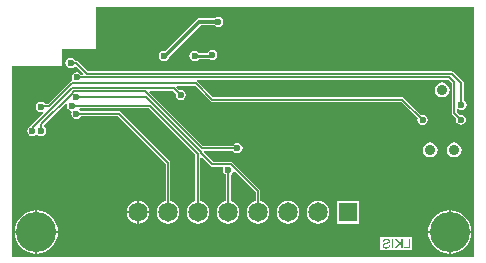
<source format=gbl>
G04*
G04 #@! TF.GenerationSoftware,Altium Limited,Altium Designer,21.6.4 (81)*
G04*
G04 Layer_Physical_Order=4*
G04 Layer_Color=16711680*
%FSLAX44Y44*%
%MOMM*%
G71*
G04*
G04 #@! TF.SameCoordinates,0AEC0AEB-8793-4253-9BAD-FCEC690E4261*
G04*
G04*
G04 #@! TF.FilePolarity,Positive*
G04*
G01*
G75*
%ADD10C,0.2540*%
%ADD39C,0.3500*%
%ADD40C,0.1520*%
%ADD41C,0.9000*%
%ADD42C,1.6500*%
%ADD43R,1.6500X1.6500*%
%ADD44C,3.4000*%
%ADD45C,0.6000*%
G36*
X395922Y4078D02*
X4078Y4078D01*
X4078Y165288D01*
X47050D01*
Y180288D01*
X75800D01*
Y215922D01*
X395922Y215922D01*
X395922Y4078D01*
D02*
G37*
%LPC*%
G36*
X179000Y207354D02*
X177334Y207022D01*
X175923Y206079D01*
X163000D01*
X163000Y206079D01*
X161822Y205845D01*
X160823Y205177D01*
X160823Y205177D01*
X133833Y178188D01*
X133000Y178353D01*
X131334Y178022D01*
X129921Y177078D01*
X128977Y175666D01*
X128646Y174000D01*
X128977Y172334D01*
X129921Y170921D01*
X131334Y169977D01*
X133000Y169646D01*
X134666Y169977D01*
X136078Y170921D01*
X137022Y172334D01*
X137105Y172750D01*
X164275Y199921D01*
X175923D01*
X177334Y198978D01*
X179000Y198646D01*
X180666Y198978D01*
X182078Y199921D01*
X183022Y201334D01*
X183354Y203000D01*
X183022Y204666D01*
X182078Y206078D01*
X180666Y207022D01*
X179000Y207354D01*
D02*
G37*
G36*
X174000Y179354D02*
X172334Y179022D01*
X170921Y178078D01*
X169978Y176666D01*
X169963Y176589D01*
X162405D01*
X162078Y177078D01*
X160666Y178022D01*
X159000Y178353D01*
X157334Y178022D01*
X155921Y177078D01*
X154977Y175666D01*
X154646Y174000D01*
X154977Y172334D01*
X155921Y170921D01*
X157334Y169977D01*
X159000Y169646D01*
X160666Y169977D01*
X162078Y170921D01*
X162405Y171410D01*
X171687D01*
X172334Y170978D01*
X174000Y170646D01*
X175666Y170978D01*
X177078Y171922D01*
X178022Y173334D01*
X178354Y175000D01*
X178022Y176666D01*
X177078Y178078D01*
X175666Y179022D01*
X174000Y179354D01*
D02*
G37*
G36*
X54000Y172353D02*
X52334Y172022D01*
X50921Y171078D01*
X49978Y169666D01*
X49646Y168000D01*
X49978Y166334D01*
X50921Y164921D01*
X52334Y163977D01*
X54000Y163646D01*
X55666Y163977D01*
X57078Y164921D01*
X57210Y165117D01*
X58815Y165258D01*
X64830Y159243D01*
X64344Y158070D01*
X63003D01*
X62329Y159079D01*
X60916Y160022D01*
X59250Y160354D01*
X57584Y160022D01*
X56171Y159079D01*
X55228Y157666D01*
X54896Y156000D01*
X55228Y154334D01*
X55430Y154032D01*
X54657Y152902D01*
X54084Y152788D01*
X53412Y152339D01*
X34562Y133489D01*
X32472D01*
X32078Y134078D01*
X30666Y135022D01*
X29000Y135353D01*
X27334Y135022D01*
X25921Y134078D01*
X24978Y132666D01*
X24646Y131000D01*
X24978Y129334D01*
X25921Y127921D01*
X27334Y126978D01*
X29000Y126646D01*
X30464Y126937D01*
X30936Y126440D01*
X31213Y125890D01*
X20675Y115352D01*
X20226Y114680D01*
X20199Y114545D01*
X20084Y114522D01*
X18671Y113579D01*
X17728Y112166D01*
X17396Y110500D01*
X17728Y108834D01*
X18671Y107422D01*
X20084Y106478D01*
X21750Y106146D01*
X23416Y106478D01*
X24828Y107422D01*
X26325Y107376D01*
X27412Y106650D01*
X29078Y106318D01*
X30744Y106650D01*
X32156Y107594D01*
X33100Y109006D01*
X33432Y110672D01*
X33100Y112338D01*
X32156Y113750D01*
X31481Y114202D01*
X31387Y115573D01*
X49742Y133928D01*
X50904Y133294D01*
X50646Y132000D01*
X50978Y130334D01*
X51922Y128921D01*
X53334Y127978D01*
X54048Y127836D01*
X54875Y126822D01*
X54824Y126485D01*
X54556Y125140D01*
X54888Y123474D01*
X55832Y122062D01*
X57244Y121118D01*
X58910Y120786D01*
X60576Y121118D01*
X61989Y122062D01*
X62663Y123070D01*
X94253D01*
X134430Y82893D01*
Y51030D01*
X134015Y50975D01*
X131699Y50016D01*
X129710Y48490D01*
X128184Y46501D01*
X127225Y44185D01*
X126898Y41700D01*
X127225Y39215D01*
X128184Y36899D01*
X129710Y34910D01*
X131699Y33384D01*
X134015Y32425D01*
X136500Y32098D01*
X138985Y32425D01*
X141301Y33384D01*
X143290Y34910D01*
X144816Y36899D01*
X145775Y39215D01*
X146102Y41700D01*
X145775Y44185D01*
X144816Y46501D01*
X143290Y48490D01*
X141301Y50016D01*
X138985Y50975D01*
X138570Y51030D01*
Y83750D01*
X138412Y84542D01*
X137964Y85213D01*
X96573Y126603D01*
X95902Y127052D01*
X95110Y127210D01*
X62663D01*
X61989Y128218D01*
X61327Y128660D01*
X61713Y129930D01*
X120127D01*
X159680Y90377D01*
Y51010D01*
X159415Y50975D01*
X157099Y50016D01*
X155110Y48490D01*
X153584Y46501D01*
X152625Y44185D01*
X152298Y41700D01*
X152625Y39215D01*
X153584Y36899D01*
X155110Y34910D01*
X157099Y33384D01*
X159415Y32425D01*
X161900Y32098D01*
X164385Y32425D01*
X166701Y33384D01*
X168690Y34910D01*
X170216Y36899D01*
X171175Y39215D01*
X171502Y41700D01*
X171175Y44185D01*
X170216Y46501D01*
X168690Y48490D01*
X166701Y50016D01*
X164385Y50975D01*
X163820Y51049D01*
Y87730D01*
X164993Y88216D01*
X172203Y81006D01*
X172874Y80558D01*
X173666Y80400D01*
X182083D01*
X182385Y80460D01*
X182995D01*
X183594Y79340D01*
X183478Y79166D01*
X183146Y77500D01*
X183478Y75834D01*
X184422Y74422D01*
X185330Y73814D01*
Y51043D01*
X184815Y50975D01*
X182499Y50016D01*
X180510Y48490D01*
X178984Y46501D01*
X178025Y44185D01*
X177698Y41700D01*
X178025Y39215D01*
X178984Y36899D01*
X180510Y34910D01*
X182499Y33384D01*
X184815Y32425D01*
X187300Y32098D01*
X189785Y32425D01*
X192101Y33384D01*
X194090Y34910D01*
X195616Y36899D01*
X196575Y39215D01*
X196902Y41700D01*
X196575Y44185D01*
X195616Y46501D01*
X194090Y48490D01*
X192101Y50016D01*
X189785Y50975D01*
X189470Y51017D01*
Y73681D01*
X190578Y74422D01*
X191522Y75834D01*
X191563Y76039D01*
X192778Y76408D01*
X210630Y58556D01*
Y51030D01*
X210215Y50975D01*
X207899Y50016D01*
X205910Y48490D01*
X204384Y46501D01*
X203425Y44185D01*
X203098Y41700D01*
X203425Y39215D01*
X204384Y36899D01*
X205910Y34910D01*
X207899Y33384D01*
X210215Y32425D01*
X212700Y32098D01*
X215185Y32425D01*
X217501Y33384D01*
X219490Y34910D01*
X221016Y36899D01*
X221975Y39215D01*
X222302Y41700D01*
X221975Y44185D01*
X221016Y46501D01*
X219490Y48490D01*
X217501Y50016D01*
X215185Y50975D01*
X214770Y51030D01*
Y59413D01*
X214612Y60206D01*
X214164Y60877D01*
X191047Y83994D01*
X190376Y84442D01*
X189583Y84600D01*
X182143D01*
X181842Y84540D01*
X174524D01*
X166594Y92470D01*
X166556Y92660D01*
X167263Y93772D01*
X167479Y93930D01*
X191497D01*
X192171Y92921D01*
X193584Y91978D01*
X195250Y91646D01*
X196916Y91978D01*
X198328Y92921D01*
X199272Y94334D01*
X199604Y96000D01*
X199272Y97666D01*
X198328Y99079D01*
X196916Y100022D01*
X195250Y100354D01*
X193584Y100022D01*
X192171Y99079D01*
X191497Y98070D01*
X166223D01*
X120716Y143577D01*
X121202Y144750D01*
X140573D01*
X143133Y142190D01*
X142896Y141000D01*
X143228Y139334D01*
X144171Y137921D01*
X145584Y136978D01*
X147250Y136646D01*
X148916Y136978D01*
X150329Y137921D01*
X151272Y139334D01*
X151604Y141000D01*
X151272Y142666D01*
X150329Y144079D01*
X148916Y145022D01*
X147250Y145354D01*
X146060Y145117D01*
X143641Y147536D01*
X144167Y148806D01*
X159417D01*
X172526Y135696D01*
X173198Y135248D01*
X173990Y135090D01*
X333983D01*
X347883Y121190D01*
X347646Y120000D01*
X347978Y118334D01*
X348922Y116922D01*
X350334Y115978D01*
X352000Y115646D01*
X353666Y115978D01*
X355079Y116922D01*
X356022Y118334D01*
X356354Y120000D01*
X356022Y121666D01*
X355079Y123078D01*
X353666Y124022D01*
X352000Y124354D01*
X350810Y124117D01*
X336303Y138624D01*
X335632Y139072D01*
X334840Y139230D01*
X174847D01*
X161737Y152339D01*
X161258Y152660D01*
X161310Y153480D01*
X161469Y153930D01*
X373749D01*
X376898Y150781D01*
Y125532D01*
X377056Y124740D01*
X377505Y124068D01*
X380283Y121290D01*
X380046Y120100D01*
X380378Y118434D01*
X381321Y117022D01*
X382734Y116078D01*
X384400Y115746D01*
X386066Y116078D01*
X387478Y117022D01*
X388422Y118434D01*
X388754Y120100D01*
X388422Y121766D01*
X387478Y123178D01*
X386066Y124122D01*
X384400Y124454D01*
X383210Y124217D01*
X381038Y126389D01*
Y128882D01*
X382308Y129413D01*
X383334Y128728D01*
X385000Y128396D01*
X386666Y128728D01*
X388078Y129671D01*
X389022Y131084D01*
X389354Y132750D01*
X389022Y134416D01*
X388078Y135829D01*
X387070Y136503D01*
Y151194D01*
X386912Y151986D01*
X386464Y152658D01*
X378658Y160464D01*
X377986Y160912D01*
X377194Y161070D01*
X68857D01*
X60464Y169463D01*
X59792Y169912D01*
X59000Y170069D01*
X57752D01*
X57078Y171078D01*
X55666Y172022D01*
X54000Y172353D01*
D02*
G37*
G36*
X368650Y151717D02*
X366213Y151233D01*
X364148Y149852D01*
X362767Y147787D01*
X362283Y145350D01*
X362767Y142913D01*
X364148Y140848D01*
X366213Y139467D01*
X368650Y138983D01*
X371087Y139467D01*
X373152Y140848D01*
X374533Y142913D01*
X375017Y145350D01*
X374533Y147787D01*
X373152Y149852D01*
X371087Y151233D01*
X368650Y151717D01*
D02*
G37*
G36*
X378810Y100917D02*
X376373Y100433D01*
X374308Y99052D01*
X372927Y96987D01*
X372443Y94550D01*
X372927Y92113D01*
X374308Y90048D01*
X376373Y88667D01*
X378810Y88183D01*
X381247Y88667D01*
X383312Y90048D01*
X384693Y92113D01*
X385177Y94550D01*
X384693Y96987D01*
X383312Y99052D01*
X381247Y100433D01*
X378810Y100917D01*
D02*
G37*
G36*
X358490D02*
X356053Y100433D01*
X353988Y99052D01*
X352607Y96987D01*
X352123Y94550D01*
X352607Y92113D01*
X353988Y90048D01*
X356053Y88667D01*
X358490Y88183D01*
X360927Y88667D01*
X362992Y90048D01*
X364373Y92113D01*
X364857Y94550D01*
X364373Y96987D01*
X362992Y99052D01*
X360927Y100433D01*
X358490Y100917D01*
D02*
G37*
G36*
X111862Y51202D02*
Y42462D01*
X120602D01*
X120375Y44185D01*
X119416Y46501D01*
X117890Y48490D01*
X115901Y50016D01*
X113585Y50975D01*
X111862Y51202D01*
D02*
G37*
G36*
X110338D02*
X108615Y50975D01*
X106299Y50016D01*
X104310Y48490D01*
X102784Y46501D01*
X101825Y44185D01*
X101598Y42462D01*
X110338D01*
Y51202D01*
D02*
G37*
G36*
X120602Y40938D02*
X111862D01*
Y32198D01*
X113585Y32425D01*
X115901Y33384D01*
X117890Y34910D01*
X119416Y36899D01*
X120375Y39215D01*
X120602Y40938D01*
D02*
G37*
G36*
X110338D02*
X101598D01*
X101825Y39215D01*
X102784Y36899D01*
X104310Y34910D01*
X106299Y33384D01*
X108615Y32425D01*
X110338Y32198D01*
Y40938D01*
D02*
G37*
G36*
X298420Y51220D02*
X279380D01*
Y32180D01*
X298420D01*
Y51220D01*
D02*
G37*
G36*
X263500Y51302D02*
X261015Y50975D01*
X258699Y50016D01*
X256710Y48490D01*
X255184Y46501D01*
X254225Y44185D01*
X253898Y41700D01*
X254225Y39215D01*
X255184Y36899D01*
X256710Y34910D01*
X258699Y33384D01*
X261015Y32425D01*
X263500Y32098D01*
X265985Y32425D01*
X268301Y33384D01*
X270290Y34910D01*
X271816Y36899D01*
X272775Y39215D01*
X273102Y41700D01*
X272775Y44185D01*
X271816Y46501D01*
X270290Y48490D01*
X268301Y50016D01*
X265985Y50975D01*
X263500Y51302D01*
D02*
G37*
G36*
X238100D02*
X235615Y50975D01*
X233299Y50016D01*
X231310Y48490D01*
X229784Y46501D01*
X228825Y44185D01*
X228498Y41700D01*
X228825Y39215D01*
X229784Y36899D01*
X231310Y34910D01*
X233299Y33384D01*
X235615Y32425D01*
X238100Y32098D01*
X240585Y32425D01*
X242901Y33384D01*
X244890Y34910D01*
X246416Y36899D01*
X247375Y39215D01*
X247702Y41700D01*
X247375Y44185D01*
X246416Y46501D01*
X244890Y48490D01*
X242901Y50016D01*
X240585Y50975D01*
X238100Y51302D01*
D02*
G37*
G36*
X375762Y43283D02*
Y25762D01*
X393283D01*
X393006Y28582D01*
X391961Y32025D01*
X390264Y35199D01*
X387981Y37981D01*
X385199Y40264D01*
X382025Y41961D01*
X378582Y43006D01*
X375762Y43283D01*
D02*
G37*
G36*
X374238D02*
X371418Y43006D01*
X367975Y41961D01*
X364801Y40264D01*
X362019Y37981D01*
X359736Y35199D01*
X358039Y32025D01*
X356994Y28582D01*
X356717Y25762D01*
X374238D01*
Y43283D01*
D02*
G37*
G36*
X25762D02*
Y25762D01*
X43283D01*
X43006Y28582D01*
X41961Y32025D01*
X40264Y35199D01*
X37981Y37981D01*
X35199Y40264D01*
X32025Y41961D01*
X28582Y43006D01*
X25762Y43283D01*
D02*
G37*
G36*
X24238D02*
X21418Y43006D01*
X17975Y41961D01*
X14801Y40264D01*
X12019Y37981D01*
X9736Y35199D01*
X8039Y32025D01*
X6994Y28582D01*
X6717Y25762D01*
X24238D01*
Y43283D01*
D02*
G37*
G36*
X342900Y20574D02*
X316230D01*
Y9906D01*
X342900D01*
Y20574D01*
D02*
G37*
G36*
X393283Y24238D02*
X375762D01*
Y6717D01*
X378582Y6994D01*
X382025Y8039D01*
X385199Y9736D01*
X387981Y12019D01*
X390264Y14801D01*
X391961Y17975D01*
X393006Y21418D01*
X393283Y24238D01*
D02*
G37*
G36*
X374238D02*
X356717D01*
X356994Y21418D01*
X358039Y17975D01*
X359736Y14801D01*
X362019Y12019D01*
X364801Y9736D01*
X367975Y8039D01*
X371418Y6994D01*
X374238Y6717D01*
Y24238D01*
D02*
G37*
G36*
X43283D02*
X25762D01*
Y6717D01*
X28582Y6994D01*
X32025Y8039D01*
X35199Y9736D01*
X37981Y12019D01*
X40264Y14801D01*
X41961Y17975D01*
X43006Y21418D01*
X43283Y24238D01*
D02*
G37*
G36*
X24238D02*
X6717D01*
X6994Y21418D01*
X8039Y17975D01*
X9736Y14801D01*
X12019Y12019D01*
X14801Y9736D01*
X17975Y8039D01*
X21418Y6994D01*
X24238Y6717D01*
Y24238D01*
D02*
G37*
%LPD*%
G36*
X335147Y11135D02*
X334073D01*
Y13951D01*
X332747Y15230D01*
X329855Y11135D01*
X328434D01*
X331996Y15958D01*
X328581Y19255D01*
X330042D01*
X334073Y15224D01*
Y19255D01*
X335147D01*
Y11135D01*
D02*
G37*
G36*
X341454D02*
X336385D01*
Y12091D01*
X340381D01*
Y19255D01*
X341454D01*
Y11135D01*
D02*
G37*
G36*
X327361D02*
X326287D01*
Y19255D01*
X327361D01*
Y11135D01*
D02*
G37*
G36*
X321746Y19390D02*
X321892Y19384D01*
X322033Y19373D01*
X322174Y19355D01*
X322303Y19332D01*
X322426Y19308D01*
X322538Y19285D01*
X322643Y19255D01*
X322743Y19232D01*
X322831Y19203D01*
X322902Y19179D01*
X322966Y19162D01*
X323019Y19138D01*
X323054Y19126D01*
X323078Y19121D01*
X323083Y19115D01*
X323207Y19062D01*
X323318Y19003D01*
X323424Y18939D01*
X323523Y18874D01*
X323617Y18804D01*
X323700Y18739D01*
X323776Y18669D01*
X323840Y18604D01*
X323899Y18546D01*
X323952Y18487D01*
X323999Y18440D01*
X324034Y18393D01*
X324063Y18358D01*
X324081Y18328D01*
X324093Y18311D01*
X324099Y18305D01*
X324157Y18205D01*
X324210Y18100D01*
X324257Y18000D01*
X324298Y17900D01*
X324333Y17800D01*
X324363Y17706D01*
X324380Y17618D01*
X324404Y17530D01*
X324415Y17448D01*
X324427Y17378D01*
X324433Y17313D01*
X324439Y17261D01*
X324445Y17214D01*
Y17184D01*
Y17161D01*
Y17155D01*
X324439Y17049D01*
X324433Y16949D01*
X324398Y16762D01*
X324357Y16592D01*
X324327Y16515D01*
X324304Y16439D01*
X324275Y16374D01*
X324251Y16316D01*
X324228Y16269D01*
X324204Y16228D01*
X324187Y16193D01*
X324175Y16169D01*
X324169Y16152D01*
X324163Y16146D01*
X324104Y16064D01*
X324046Y15981D01*
X323905Y15835D01*
X323764Y15706D01*
X323623Y15600D01*
X323553Y15553D01*
X323494Y15512D01*
X323436Y15471D01*
X323389Y15442D01*
X323348Y15418D01*
X323318Y15401D01*
X323301Y15395D01*
X323295Y15389D01*
X323201Y15342D01*
X323101Y15301D01*
X322984Y15254D01*
X322860Y15207D01*
X322602Y15119D01*
X322344Y15043D01*
X322227Y15007D01*
X322109Y14978D01*
X322004Y14949D01*
X321916Y14925D01*
X321840Y14908D01*
X321781Y14890D01*
X321763Y14884D01*
X321746D01*
X321740Y14878D01*
X321734D01*
X321535Y14831D01*
X321353Y14784D01*
X321182Y14743D01*
X321036Y14702D01*
X320901Y14667D01*
X320784Y14638D01*
X320684Y14609D01*
X320590Y14579D01*
X320514Y14556D01*
X320449Y14538D01*
X320402Y14520D01*
X320361Y14509D01*
X320326Y14497D01*
X320308Y14491D01*
X320297Y14485D01*
X320291D01*
X320197Y14444D01*
X320115Y14409D01*
X320032Y14368D01*
X319962Y14327D01*
X319892Y14286D01*
X319833Y14245D01*
X319780Y14204D01*
X319733Y14168D01*
X319692Y14133D01*
X319657Y14098D01*
X319598Y14045D01*
X319569Y14010D01*
X319557Y14004D01*
Y13998D01*
X319481Y13887D01*
X319422Y13775D01*
X319381Y13664D01*
X319358Y13564D01*
X319340Y13470D01*
X319334Y13435D01*
Y13400D01*
X319328Y13370D01*
Y13353D01*
Y13341D01*
Y13335D01*
X319340Y13200D01*
X319363Y13065D01*
X319405Y12948D01*
X319446Y12848D01*
X319487Y12760D01*
X319510Y12725D01*
X319528Y12696D01*
X319540Y12672D01*
X319551Y12655D01*
X319563Y12643D01*
Y12637D01*
X319657Y12526D01*
X319768Y12426D01*
X319886Y12338D01*
X319997Y12267D01*
X320103Y12215D01*
X320144Y12191D01*
X320185Y12174D01*
X320214Y12156D01*
X320238Y12144D01*
X320255Y12138D01*
X320261D01*
X320443Y12080D01*
X320625Y12033D01*
X320807Y12003D01*
X320977Y11980D01*
X321053Y11974D01*
X321124Y11968D01*
X321182Y11962D01*
X321235D01*
X321282Y11956D01*
X321341D01*
X321593Y11968D01*
X321828Y11992D01*
X321939Y12015D01*
X322039Y12033D01*
X322139Y12056D01*
X322227Y12080D01*
X322303Y12097D01*
X322379Y12121D01*
X322438Y12144D01*
X322491Y12162D01*
X322532Y12174D01*
X322567Y12185D01*
X322585Y12197D01*
X322591D01*
X322690Y12244D01*
X322784Y12291D01*
X322872Y12344D01*
X322948Y12396D01*
X323025Y12449D01*
X323089Y12502D01*
X323154Y12555D01*
X323207Y12602D01*
X323254Y12649D01*
X323295Y12690D01*
X323330Y12725D01*
X323353Y12760D01*
X323377Y12790D01*
X323395Y12807D01*
X323400Y12819D01*
X323406Y12825D01*
X323494Y12983D01*
X323565Y13147D01*
X323623Y13318D01*
X323664Y13476D01*
X323682Y13552D01*
X323700Y13617D01*
X323711Y13681D01*
X323717Y13734D01*
X323729Y13775D01*
Y13805D01*
X323735Y13828D01*
Y13834D01*
X324750Y13746D01*
X324744Y13593D01*
X324726Y13447D01*
X324703Y13306D01*
X324674Y13171D01*
X324638Y13048D01*
X324603Y12924D01*
X324562Y12813D01*
X324521Y12707D01*
X324486Y12614D01*
X324445Y12531D01*
X324409Y12461D01*
X324374Y12396D01*
X324351Y12349D01*
X324327Y12314D01*
X324316Y12291D01*
X324310Y12285D01*
X324228Y12168D01*
X324140Y12056D01*
X324046Y11956D01*
X323946Y11862D01*
X323852Y11774D01*
X323752Y11692D01*
X323658Y11622D01*
X323565Y11557D01*
X323483Y11505D01*
X323400Y11452D01*
X323330Y11411D01*
X323265Y11375D01*
X323213Y11352D01*
X323177Y11334D01*
X323148Y11323D01*
X323142Y11317D01*
X323001Y11264D01*
X322849Y11211D01*
X322696Y11170D01*
X322538Y11135D01*
X322227Y11076D01*
X322080Y11059D01*
X321939Y11041D01*
X321804Y11029D01*
X321681Y11018D01*
X321570Y11012D01*
X321476Y11006D01*
X321399Y11000D01*
X321294D01*
X321135Y11006D01*
X320977Y11012D01*
X320825Y11029D01*
X320684Y11047D01*
X320549Y11076D01*
X320420Y11100D01*
X320297Y11129D01*
X320185Y11158D01*
X320085Y11188D01*
X319997Y11217D01*
X319921Y11246D01*
X319856Y11270D01*
X319804Y11287D01*
X319762Y11305D01*
X319739Y11311D01*
X319733Y11317D01*
X319604Y11381D01*
X319487Y11446D01*
X319375Y11516D01*
X319275Y11587D01*
X319182Y11663D01*
X319094Y11739D01*
X319011Y11810D01*
X318941Y11880D01*
X318877Y11945D01*
X318824Y12003D01*
X318777Y12062D01*
X318742Y12109D01*
X318712Y12150D01*
X318689Y12179D01*
X318677Y12197D01*
X318671Y12203D01*
X318607Y12314D01*
X318548Y12420D01*
X318495Y12531D01*
X318454Y12637D01*
X318419Y12743D01*
X318390Y12842D01*
X318360Y12942D01*
X318343Y13030D01*
X318325Y13118D01*
X318313Y13194D01*
X318307Y13259D01*
X318302Y13318D01*
X318296Y13365D01*
Y13400D01*
Y13423D01*
Y13429D01*
X318302Y13552D01*
X318307Y13664D01*
X318325Y13775D01*
X318349Y13881D01*
X318372Y13987D01*
X318401Y14080D01*
X318437Y14168D01*
X318466Y14251D01*
X318495Y14321D01*
X318530Y14385D01*
X318560Y14444D01*
X318583Y14491D01*
X318607Y14526D01*
X318618Y14556D01*
X318630Y14573D01*
X318636Y14579D01*
X318706Y14673D01*
X318777Y14761D01*
X318941Y14925D01*
X319117Y15066D01*
X319205Y15131D01*
X319287Y15184D01*
X319369Y15236D01*
X319446Y15283D01*
X319510Y15318D01*
X319569Y15354D01*
X319616Y15377D01*
X319657Y15395D01*
X319680Y15406D01*
X319686Y15412D01*
X319786Y15453D01*
X319903Y15494D01*
X320032Y15541D01*
X320173Y15582D01*
X320320Y15629D01*
X320467Y15670D01*
X320766Y15747D01*
X320907Y15788D01*
X321042Y15817D01*
X321165Y15847D01*
X321270Y15876D01*
X321358Y15893D01*
X321394Y15905D01*
X321423Y15911D01*
X321446Y15917D01*
X321464D01*
X321476Y15923D01*
X321482D01*
X321716Y15981D01*
X321928Y16034D01*
X322115Y16087D01*
X322285Y16140D01*
X322432Y16193D01*
X322567Y16240D01*
X322679Y16286D01*
X322778Y16328D01*
X322860Y16369D01*
X322925Y16404D01*
X322984Y16433D01*
X323025Y16463D01*
X323060Y16480D01*
X323078Y16498D01*
X323089Y16504D01*
X323095Y16509D01*
X323148Y16562D01*
X323195Y16621D01*
X323242Y16680D01*
X323277Y16744D01*
X323330Y16861D01*
X323365Y16979D01*
X323389Y17079D01*
X323395Y17120D01*
X323400Y17161D01*
X323406Y17190D01*
Y17214D01*
Y17225D01*
Y17231D01*
X323400Y17325D01*
X323389Y17413D01*
X323365Y17501D01*
X323336Y17577D01*
X323265Y17724D01*
X323224Y17795D01*
X323183Y17853D01*
X323142Y17906D01*
X323107Y17953D01*
X323066Y17994D01*
X323036Y18029D01*
X323007Y18059D01*
X322984Y18076D01*
X322972Y18088D01*
X322966Y18094D01*
X322878Y18158D01*
X322778Y18211D01*
X322667Y18258D01*
X322555Y18299D01*
X322438Y18334D01*
X322321Y18364D01*
X322086Y18405D01*
X321980Y18422D01*
X321875Y18434D01*
X321787Y18440D01*
X321705Y18446D01*
X321640Y18452D01*
X321546D01*
X321376Y18446D01*
X321218Y18434D01*
X321071Y18416D01*
X320930Y18393D01*
X320807Y18358D01*
X320690Y18328D01*
X320584Y18293D01*
X320490Y18258D01*
X320408Y18217D01*
X320337Y18182D01*
X320279Y18152D01*
X320226Y18123D01*
X320185Y18094D01*
X320162Y18076D01*
X320144Y18064D01*
X320138Y18059D01*
X320056Y17982D01*
X319980Y17894D01*
X319909Y17806D01*
X319851Y17712D01*
X319798Y17613D01*
X319751Y17519D01*
X319710Y17425D01*
X319680Y17331D01*
X319651Y17243D01*
X319628Y17161D01*
X319610Y17084D01*
X319598Y17026D01*
X319587Y16973D01*
X319581Y16932D01*
X319575Y16909D01*
Y16897D01*
X318542Y16973D01*
X318554Y17102D01*
X318566Y17231D01*
X318589Y17354D01*
X318618Y17472D01*
X318648Y17583D01*
X318683Y17689D01*
X318718Y17789D01*
X318753Y17877D01*
X318794Y17959D01*
X318824Y18029D01*
X318859Y18094D01*
X318888Y18147D01*
X318912Y18188D01*
X318929Y18223D01*
X318941Y18240D01*
X318947Y18246D01*
X319017Y18352D01*
X319100Y18446D01*
X319182Y18540D01*
X319270Y18622D01*
X319358Y18698D01*
X319446Y18768D01*
X319528Y18833D01*
X319616Y18886D01*
X319692Y18939D01*
X319768Y18980D01*
X319833Y19021D01*
X319892Y19050D01*
X319939Y19073D01*
X319974Y19091D01*
X319997Y19097D01*
X320003Y19103D01*
X320132Y19156D01*
X320267Y19203D01*
X320402Y19238D01*
X320543Y19273D01*
X320807Y19326D01*
X320936Y19343D01*
X321053Y19361D01*
X321171Y19373D01*
X321270Y19379D01*
X321364Y19390D01*
X321441D01*
X321505Y19396D01*
X321593D01*
X321746Y19390D01*
D02*
G37*
D10*
X173000Y174000D02*
X174000Y175000D01*
X159000Y174000D02*
X173000D01*
D39*
X133000D02*
X134000D01*
X163000Y203000D01*
X179000D01*
D40*
X187400Y41800D02*
Y77400D01*
X187300Y41700D02*
X187400Y41800D01*
Y77400D02*
X187500Y77500D01*
X164540Y91596D02*
X173666Y82470D01*
X182083D01*
X182143Y82530D01*
X189583D01*
X212700Y59413D01*
Y41700D02*
Y59413D01*
X164540Y91596D02*
Y92390D01*
X59000Y139000D02*
X117930D01*
X164540Y92390D01*
X54876Y150876D02*
X160274D01*
X334840Y137160D02*
X352000Y120000D01*
X173990Y137160D02*
X334840D01*
X160274Y150876D02*
X173990Y137160D01*
X377194Y159000D02*
X385000Y151194D01*
X68000Y159000D02*
X377194D01*
X385000Y132750D02*
Y151194D01*
X374606Y156000D02*
X378968Y151638D01*
Y125532D02*
X384400Y120100D01*
X378968Y125532D02*
Y151638D01*
X59250Y156000D02*
X374606D01*
X35419Y131419D02*
X54876Y150876D01*
X120984Y132000D02*
X161750Y91234D01*
X55000Y132000D02*
X120984D01*
X161750Y41850D02*
Y91234D01*
X56916Y144030D02*
X117336D01*
X165366Y96000D01*
X195250D01*
X59000Y168000D02*
X68000Y159000D01*
X54000Y168000D02*
X59000D01*
X58910Y125140D02*
X95110D01*
X136500Y83750D01*
X55070Y146820D02*
X141430D01*
X22138Y113888D02*
X55070Y146820D01*
X53970Y141083D02*
X56916Y144030D01*
X53970Y141083D02*
Y141083D01*
X29078Y116191D02*
X53970Y141083D01*
X29000Y131000D02*
X29420Y131419D01*
X35419D01*
X22138Y110888D02*
Y113888D01*
X141430Y146820D02*
X147250Y141000D01*
X29078Y110672D02*
Y116191D01*
X21750Y110500D02*
X22138Y110888D01*
X136500Y41700D02*
Y83750D01*
X161750Y41850D02*
X161900Y41700D01*
D41*
X358490Y94550D02*
D03*
X378810D02*
D03*
X368650Y145350D02*
D03*
D42*
X161900Y41700D02*
D03*
X187300D02*
D03*
X212700D02*
D03*
X263500D02*
D03*
X238100D02*
D03*
X136500D02*
D03*
X111100D02*
D03*
D43*
X288900D02*
D03*
D44*
X375000Y25000D02*
D03*
X25000D02*
D03*
D45*
X187500Y77500D02*
D03*
X200000Y47500D02*
D03*
X8000Y127500D02*
D03*
X392500Y47500D02*
D03*
Y62500D02*
D03*
Y77500D02*
D03*
Y92500D02*
D03*
Y107500D02*
D03*
Y150000D02*
D03*
Y167500D02*
D03*
Y182500D02*
D03*
Y197500D02*
D03*
Y212500D02*
D03*
X85000Y117500D02*
D03*
X290000Y7500D02*
D03*
X275000D02*
D03*
X260000D02*
D03*
X245000D02*
D03*
X230000D02*
D03*
X215000D02*
D03*
X200000D02*
D03*
X185000D02*
D03*
X170000D02*
D03*
X155000D02*
D03*
X140000D02*
D03*
X125000D02*
D03*
X110000D02*
D03*
X250000Y32500D02*
D03*
X225000D02*
D03*
X150000D02*
D03*
X225000Y55000D02*
D03*
X320000Y147500D02*
D03*
X305000D02*
D03*
X290000D02*
D03*
X275000D02*
D03*
X260000D02*
D03*
X245000D02*
D03*
X230000D02*
D03*
X180000Y87500D02*
D03*
X45000Y90000D02*
D03*
X57500Y102500D02*
D03*
X35000D02*
D03*
X7500Y47500D02*
D03*
X50000Y7500D02*
D03*
X65000D02*
D03*
X80000D02*
D03*
X95000D02*
D03*
X305000D02*
D03*
X350000D02*
D03*
Y17500D02*
D03*
X305000D02*
D03*
X95000D02*
D03*
X80000D02*
D03*
X65000D02*
D03*
X50000D02*
D03*
X380000Y212500D02*
D03*
Y197500D02*
D03*
Y182500D02*
D03*
Y167500D02*
D03*
Y77500D02*
D03*
Y62500D02*
D03*
Y47500D02*
D03*
X365000Y212500D02*
D03*
Y197500D02*
D03*
Y182500D02*
D03*
Y167500D02*
D03*
Y77500D02*
D03*
Y62500D02*
D03*
Y47500D02*
D03*
X350000Y212500D02*
D03*
Y197500D02*
D03*
Y182500D02*
D03*
Y167500D02*
D03*
Y107500D02*
D03*
Y77500D02*
D03*
Y62500D02*
D03*
Y47500D02*
D03*
Y32500D02*
D03*
X335000Y212500D02*
D03*
Y197500D02*
D03*
Y182500D02*
D03*
Y167500D02*
D03*
Y47500D02*
D03*
Y32500D02*
D03*
X320000Y212500D02*
D03*
Y197500D02*
D03*
Y182500D02*
D03*
Y122500D02*
D03*
Y107500D02*
D03*
Y92500D02*
D03*
Y77500D02*
D03*
Y62500D02*
D03*
Y32500D02*
D03*
X305000Y212500D02*
D03*
Y197500D02*
D03*
Y167500D02*
D03*
Y122500D02*
D03*
Y107500D02*
D03*
Y92500D02*
D03*
Y77500D02*
D03*
Y62500D02*
D03*
Y32500D02*
D03*
X290000Y212500D02*
D03*
Y182500D02*
D03*
Y167500D02*
D03*
Y122500D02*
D03*
Y107500D02*
D03*
Y92500D02*
D03*
Y77500D02*
D03*
Y62500D02*
D03*
X275000Y212500D02*
D03*
Y182500D02*
D03*
Y167500D02*
D03*
Y122500D02*
D03*
Y107500D02*
D03*
Y92500D02*
D03*
Y77500D02*
D03*
Y62500D02*
D03*
Y47500D02*
D03*
Y32500D02*
D03*
X260000Y212500D02*
D03*
Y182500D02*
D03*
Y167500D02*
D03*
Y122500D02*
D03*
Y107500D02*
D03*
Y77500D02*
D03*
X245000Y212500D02*
D03*
Y182500D02*
D03*
Y167500D02*
D03*
Y122500D02*
D03*
Y77500D02*
D03*
Y62500D02*
D03*
X230000Y212500D02*
D03*
Y182500D02*
D03*
Y167500D02*
D03*
Y122500D02*
D03*
Y107500D02*
D03*
Y92500D02*
D03*
Y77500D02*
D03*
X215000Y212500D02*
D03*
Y182500D02*
D03*
Y167500D02*
D03*
Y122500D02*
D03*
X200000Y212500D02*
D03*
Y182500D02*
D03*
Y167500D02*
D03*
Y122500D02*
D03*
Y62500D02*
D03*
Y32500D02*
D03*
X185000Y212500D02*
D03*
Y167500D02*
D03*
Y122500D02*
D03*
Y107500D02*
D03*
X170000Y212500D02*
D03*
Y122500D02*
D03*
Y107500D02*
D03*
Y62500D02*
D03*
X155000Y212500D02*
D03*
Y122500D02*
D03*
Y62500D02*
D03*
X140000Y212500D02*
D03*
Y137500D02*
D03*
Y92500D02*
D03*
X125000Y212500D02*
D03*
Y107500D02*
D03*
Y77500D02*
D03*
Y62500D02*
D03*
Y47500D02*
D03*
Y32500D02*
D03*
X110000Y212500D02*
D03*
Y197500D02*
D03*
Y182500D02*
D03*
Y122500D02*
D03*
Y92500D02*
D03*
Y77500D02*
D03*
Y62500D02*
D03*
X95000Y212500D02*
D03*
Y197500D02*
D03*
Y182500D02*
D03*
Y167500D02*
D03*
Y92500D02*
D03*
Y77500D02*
D03*
Y62500D02*
D03*
Y47500D02*
D03*
X80000Y212500D02*
D03*
Y197500D02*
D03*
Y182500D02*
D03*
Y167500D02*
D03*
Y62500D02*
D03*
Y32500D02*
D03*
X65000Y62500D02*
D03*
Y47500D02*
D03*
Y32500D02*
D03*
X50000Y77500D02*
D03*
Y62500D02*
D03*
Y47500D02*
D03*
Y32500D02*
D03*
X35000Y62500D02*
D03*
Y47500D02*
D03*
X20000D02*
D03*
X59250Y156000D02*
D03*
X58910Y125140D02*
D03*
X55000Y132000D02*
D03*
X43500Y150750D02*
D03*
X174000Y175000D02*
D03*
X29000Y131000D02*
D03*
X27750Y147250D02*
D03*
X65500Y176250D02*
D03*
X58000D02*
D03*
X133000Y174000D02*
D03*
X159000D02*
D03*
X59000Y139000D02*
D03*
X384400Y120100D02*
D03*
X147250Y141000D02*
D03*
X54000Y168000D02*
D03*
X179000Y203000D02*
D03*
X8000Y134000D02*
D03*
X29078Y110672D02*
D03*
X352000Y120000D02*
D03*
X195250Y96000D02*
D03*
X21750Y110500D02*
D03*
X385000Y132750D02*
D03*
X31000Y139000D02*
D03*
X50500Y176250D02*
D03*
X21502Y156465D02*
D03*
X8000Y153500D02*
D03*
X36750Y150750D02*
D03*
X27750Y156500D02*
D03*
M02*

</source>
